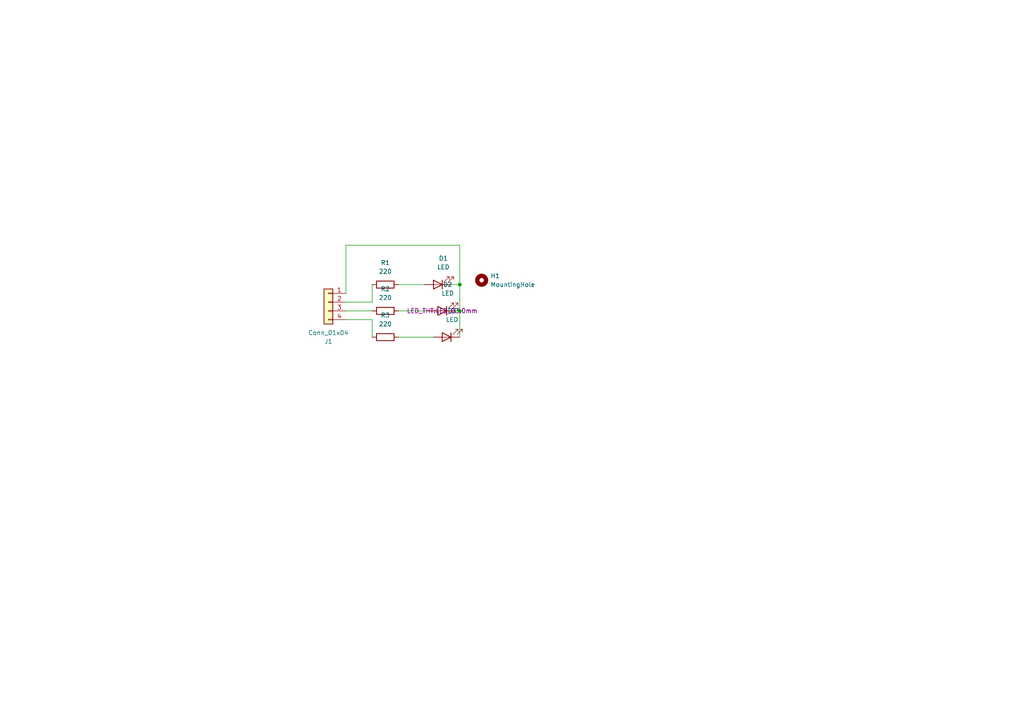
<source format=kicad_sch>
(kicad_sch (version 20231120) (generator "eeschema") (generator_version "8.0")
  (paper "A4")
  (title_block (title "Tarea_Embebidos2") (date "2024-04-21") (rev "Andres La Madrid") (company "UCB"))
  (lib_symbols
    (symbol "Connector_Generic:Conn_01x04" (pin_names (offset 1.016) hide)
      (property "Reference" "J" (at 0 5.08 0))
      (property "Value" "Conn_01x04" (at 0 -7.62 0))
      (symbol "Conn_01x04_1_1"
        (rectangle (start -1.27 -4.953) (end 0 -5.207) (stroke (width 0.1524)))
        (rectangle (start -1.27 -2.413) (end 0 -2.667) (stroke (width 0.1524)))
        (rectangle (start -1.27 0.127) (end 0 -0.127) (stroke (width 0.1524)))
        (rectangle (start -1.27 2.667) (end 0 2.413) (stroke (width 0.1524)))
        (rectangle (start -1.27 3.81) (end 1.27 -6.35) (stroke (width 0.254)) (fill (type background)))
        (pin passive line (at -5.08 2.54 0) (length 3.81) (name "Pin_1") (number "1"))
        (pin passive line (at -5.08 0 0) (length 3.81) (name "Pin_2") (number "2"))
        (pin passive line (at -5.08 -2.54 0) (length 3.81) (name "Pin_3") (number "3"))
        (pin passive line (at -5.08 -5.08 0) (length 3.81) (name "Pin_4") (number "4"))
      )
    )
    (symbol "Device:LED" (pin_numbers hide) (pin_names (offset 1.016) hide)
      (property "Reference" "D" (at 0 2.54 0))
      (property "Value" "LED" (at 0 -2.54 0))
      (symbol "LED_0_1"
        (polyline (pts (xy -1.27 -1.27) (xy -1.27 1.27)) (stroke (width 0.254)))
        (polyline (pts (xy -1.27 0) (xy 1.27 0)))
        (polyline (pts (xy 1.27 -1.27) (xy 1.27 1.27) (xy -1.27 0) (xy 1.27 -1.27)) (stroke (width 0.254)))
        (polyline (pts (xy -3.048 -0.762) (xy -4.572 -2.286) (xy -3.81 -2.286) (xy -4.572 -2.286) (xy -4.572 -1.524)))
        (polyline (pts (xy -1.778 -0.762) (xy -3.302 -2.286) (xy -2.54 -2.286) (xy -3.302 -2.286) (xy -3.302 -1.524)))
      )
      (symbol "LED_1_1"
        (pin passive line (at -3.81 0 0) (length 2.54) (name "K") (number "1"))
        (pin passive line (at 3.81 0 180) (length 2.54) (name "A") (number "2"))
      )
    )
    (symbol "Device:R" (pin_numbers hide) (pin_names (offset 0))
      (property "Reference" "R" (at 2.032 0 90))
      (property "Value" "R" (at 0 0 90))
      (symbol "R_0_1"
        (rectangle (start -1.016 -2.54) (end 1.016 2.54) (stroke (width 0.254)))
      )
      (symbol "R_1_1"
        (pin passive line (at 0 3.81 270) (length 1.27) (name "~") (number "1"))
        (pin passive line (at 0 -3.81 90) (length 1.27) (name "~") (number "2"))
      )
    )
    (symbol "Mechanical:MountingHole" (pin_names (offset 1.016)) (exclude_from_sim yes) (in_bom no)
      (property "Reference" "H" (at 0 5.08 0))
      (property "Value" "MountingHole" (at 0 3.175 0))
      (symbol "MountingHole_0_1"
        (circle (center 0 0) (radius 1.27) (stroke (width 1.27)))
      )
    )
  )
  (junction (at 133.35 82.55))
  (junction (at 133.35 90.17))
  (wire (pts (xy 115.57 97.79) (xy 125.73 97.79)))
  (wire (pts (xy 100.33 85.09) (xy 100.33 71.12)))
  (wire (pts (xy 100.33 71.12) (xy 133.35 71.12)))
  (wire (pts (xy 100.33 92.71) (xy 107.95 92.71)))
  (wire (pts (xy 100.33 87.63) (xy 107.95 87.63)))
  (wire (pts (xy 133.35 82.55) (xy 133.35 90.17)))
  (wire (pts (xy 133.35 71.12) (xy 133.35 82.55)))
  (wire (pts (xy 115.57 90.17) (xy 124.46 90.17)))
  (wire (pts (xy 107.95 92.71) (xy 107.95 97.79)))
  (wire (pts (xy 100.33 90.17) (xy 107.95 90.17)))
  (wire (pts (xy 133.35 90.17) (xy 132.08 90.17)))
  (wire (pts (xy 107.95 87.63) (xy 107.95 82.55)))
  (wire (pts (xy 133.35 90.17) (xy 133.35 97.79)))
  (wire (pts (xy 115.57 82.55) (xy 123.19 82.55)))
  (wire (pts (xy 130.81 82.55) (xy 133.35 82.55)))
  (symbol (lib_id "Mechanical:MountingHole") (at 139.7 81.28 0) (unit 1) (exclude_from_sim yes) (in_bom no)
    (property "Reference" "H1" (at 142.24 80.0099 0) (effects (justify left)))
    (property "Value" "MountingHole" (at 142.24 82.5499 0) (effects (justify left)))
    (property "Footprint" "MountingHole:MountingHole_2.7mm_M2.5_Pad" (effects (hide yes)))
    (property "Description" "Mounting Hole without connection" (effects (hide yes)))
  )
  (symbol (lib_id "Device:R") (at 111.76 82.55 270) (unit 1)
    (property "Reference" "R1" (at 111.76 76.2 90))
    (property "Value" "220" (at 111.76 78.74 90))
    (property "Footprint" "Resistor_SMD:R_0201_0603Metric" (effects (hide yes)))
    (property "Description" "Resistor" (effects (hide yes)))
  )
  (symbol (lib_id "Device:R") (at 111.76 97.79 270) (unit 1)
    (property "Reference" "R3" (at 111.76 91.44 90))
    (property "Value" "220" (at 111.76 93.98 90))
    (property "Footprint" "Resistor_SMD:R_0201_0603Metric" (effects (hide yes)))
    (property "Description" "Resistor" (effects (hide yes)))
  )
  (symbol (lib_id "Device:LED") (at 129.54 97.79 180) (unit 1)
    (property "Reference" "D3" (at 131.1275 90.17 0))
    (property "Value" "LED" (at 131.1275 92.71 0))
    (property "Footprint" "LED_THT:LED_D3.0mm" (effects (hide yes)))
    (property "Description" "Light emitting diode" (effects (hide yes)))
  )
  (symbol (lib_id "Device:LED") (at 127 82.55 180) (unit 1)
    (property "Reference" "D1" (at 128.5875 74.93 0))
    (property "Value" "LED" (at 128.5875 77.47 0))
    (property "Footprint" "LED_THT:LED_D3.0mm" (effects (hide yes)))
    (property "Description" "Light emitting diode" (effects (hide yes)))
  )
  (symbol (lib_id "Device:R") (at 111.76 90.17 270) (unit 1)
    (property "Reference" "R2" (at 111.76 83.82 90))
    (property "Value" "220" (at 111.76 86.36 90))
    (property "Footprint" "Resistor_SMD:R_0201_0603Metric" (effects (hide yes)))
    (property "Description" "Resistor" (effects (hide yes)))
  )
  (symbol (lib_id "Device:LED") (at 128.27 90.17 180) (unit 1)
    (property "Reference" "D2" (at 129.8575 82.55 0))
    (property "Value" "LED" (at 129.8575 85.09 0))
    (property "Footprint" "LED_THT:LED_D3.0mm" (at 128.27 90.17 0))
    (property "Description" "Light emitting diode" (effects (hide yes)))
  )
  (symbol (lib_id "Connector_Generic:Conn_01x04") (at 95.25 87.63 0) (mirror y) (unit 1)
    (property "Reference" "J1" (at 95.25 99.06 0))
    (property "Value" "Conn_01x04" (at 95.25 96.52 0))
    (property "Footprint" "Connector_JST:JST_EH_S4B-EH_1x04_P2.50mm_Horizontal" (effects (hide yes)))
    (property "Description" "Generic connector, single row, 01x04, script generated (kicad-library-utils/schlib/autogen/connector/)" (effects (hide yes)))
  )
)
</source>
